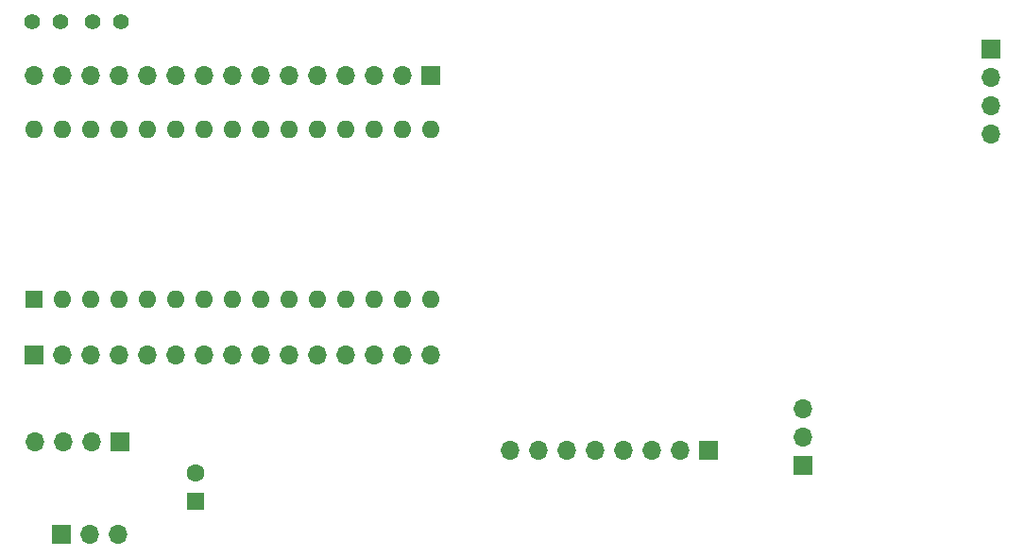
<source format=gbr>
G04 #@! TF.GenerationSoftware,KiCad,Pcbnew,(5.1.2)-2*
G04 #@! TF.CreationDate,2020-05-29T08:27:18+02:00*
G04 #@! TF.ProjectId,Hauptplatine_Arduino,48617570-7470-46c6-9174-696e655f4172,rev?*
G04 #@! TF.SameCoordinates,Original*
G04 #@! TF.FileFunction,Copper,L1,Top*
G04 #@! TF.FilePolarity,Positive*
%FSLAX46Y46*%
G04 Gerber Fmt 4.6, Leading zero omitted, Abs format (unit mm)*
G04 Created by KiCad (PCBNEW (5.1.2)-2) date 2020-05-29 08:27:18*
%MOMM*%
%LPD*%
G04 APERTURE LIST*
%ADD10R,1.700000X1.700000*%
%ADD11O,1.700000X1.700000*%
%ADD12R,1.600000X1.600000*%
%ADD13O,1.600000X1.600000*%
%ADD14C,1.400000*%
%ADD15C,1.600000*%
G04 APERTURE END LIST*
D10*
X101900000Y-112100000D03*
D11*
X104440000Y-112100000D03*
X106980000Y-112100000D03*
D12*
X99440000Y-91000000D03*
D13*
X132460000Y-75760000D03*
X101980000Y-91000000D03*
X129920000Y-75760000D03*
X104520000Y-91000000D03*
X127380000Y-75760000D03*
X107060000Y-91000000D03*
X124840000Y-75760000D03*
X109600000Y-91000000D03*
X122300000Y-75760000D03*
X112140000Y-91000000D03*
X119760000Y-75760000D03*
X114680000Y-91000000D03*
X117220000Y-75760000D03*
X117220000Y-91000000D03*
X114680000Y-75760000D03*
X119760000Y-91000000D03*
X112140000Y-75760000D03*
X122300000Y-91000000D03*
X109600000Y-75760000D03*
X124840000Y-91000000D03*
X107060000Y-75760000D03*
X127380000Y-91000000D03*
X104520000Y-75760000D03*
X129920000Y-91000000D03*
X101980000Y-75760000D03*
X132460000Y-91000000D03*
X99440000Y-75760000D03*
X135000000Y-91000000D03*
X135000000Y-75760000D03*
D14*
X104700000Y-66100000D03*
X107200000Y-66100000D03*
D12*
X113910000Y-109120000D03*
D15*
X113910000Y-106620000D03*
D10*
X107180000Y-103820000D03*
D11*
X104640000Y-103820000D03*
X102100000Y-103820000D03*
X99560000Y-103820000D03*
X135000000Y-96000000D03*
X132460000Y-96000000D03*
X129920000Y-96000000D03*
X127380000Y-96000000D03*
X124840000Y-96000000D03*
X122300000Y-96000000D03*
X119760000Y-96000000D03*
X117220000Y-96000000D03*
X114680000Y-96000000D03*
X112140000Y-96000000D03*
X109600000Y-96000000D03*
X107060000Y-96000000D03*
X104520000Y-96000000D03*
X101980000Y-96000000D03*
D10*
X99440000Y-96000000D03*
X135000000Y-71000000D03*
D11*
X132460000Y-71000000D03*
X129920000Y-71000000D03*
X127380000Y-71000000D03*
X124840000Y-71000000D03*
X122300000Y-71000000D03*
X119760000Y-71000000D03*
X117220000Y-71000000D03*
X114680000Y-71000000D03*
X112140000Y-71000000D03*
X109600000Y-71000000D03*
X107060000Y-71000000D03*
X104520000Y-71000000D03*
X101980000Y-71000000D03*
X99440000Y-71000000D03*
D10*
X185200000Y-68600000D03*
D11*
X185200000Y-71140000D03*
X185200000Y-73680000D03*
X185200000Y-76220000D03*
D10*
X159900000Y-104600000D03*
D11*
X157360000Y-104600000D03*
X154820000Y-104600000D03*
X152280000Y-104600000D03*
X149740000Y-104600000D03*
X147200000Y-104600000D03*
X144660000Y-104600000D03*
X142120000Y-104600000D03*
D14*
X99300000Y-66100000D03*
X101800000Y-66100000D03*
D10*
X168390000Y-105930000D03*
D11*
X168390000Y-103390000D03*
X168390000Y-100850000D03*
M02*

</source>
